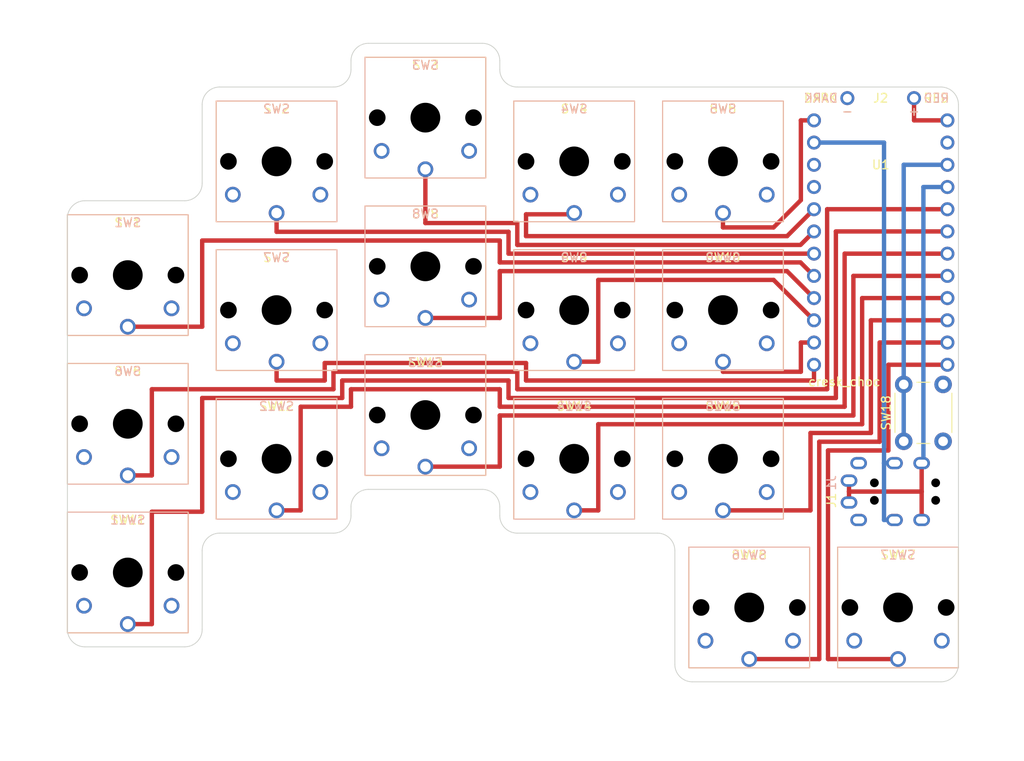
<source format=kicad_pcb>
(kicad_pcb (version 20211014) (generator pcbnew)
  (layers (0 "F.Cu" signal) (31 "B.Cu" signal) (34 "B.Paste" user) (35 "F.Paste" user) (36 "B.SilkS" user "B.Silkscreen") (37 "F.SilkS" user "F.Silkscreen") (38 "B.Mask" user) (39 "F.Mask" user) (44 "Edge.Cuts" user))
  (net 0 "")
  (net 1 "GND")
  (net 2 "sw2")
  (net 3 "sw3")
  (net 4 "sw4")
  (net 5 "sw5")
  (net 6 "sw1")
  (net 7 "sw8")
  (net 8 "sw9")
  (net 9 "sw6")
  (net 10 "sw7")
  (net 11 "sw10")
  (net 12 "sw11")
  (net 13 "sw12")
  (net 14 "sw13")
  (net 15 "sw14")
  (net 16 "sw15")
  (net 17 "sw16")
  (net 18 "sw17")
  (net 19 "reset")
  (net 20 "rx")
  (net 21 "VCC")
  (net 22 "bat")
  (footprint "cresk:Kailh_Choc_Reversible" (layer "F.Cu") (at 119 55)
    (fp_text reference "SW5" (at 0 -6 unlocked) (layer "F.SilkS"))
    (fp_text value "SW_Push")
    (fp_text user "${REFERENCE}" (at 0 -6 unlocked) (layer "B.SilkS") (effects (justify mirror)))
    (fp_rect (start -6.9 -6.9) (end 6.9 6.9) (layer "B.SilkS") (width 0.12) (fill none))
    (fp_rect (start -6.9 -6.9) (end 6.9 6.9) (layer "F.SilkS") (width 0.12) (fill none))
    (pad "" np_thru_hole circle (at 0 0) (size 3.4 3.4) (drill 3.4) (layers *.Mask))
    (pad "" np_thru_hole circle (at -5.5 0) (size 1.9 1.9) (drill 1.9) (layers *.Mask))
    (pad "" np_thru_hole circle (at 5.5 0) (size 1.9 1.9) (drill 1.9) (layers *.Mask))
    (pad "1" thru_hole circle (at 0 5.9) (size 1.8 1.8) (drill 1.2) (layers *.Cu *.Mask) (net 5 "sw5"))
    (pad "2" thru_hole circle (at 5 3.8) (size 1.8 1.8) (drill 1.2) (layers *.Cu *.Mask) (net 1 "GND"))
    (pad "2" thru_hole circle (at -5 3.8) (size 1.8 1.8) (drill 1.2) (layers *.Cu *.Mask) (net 1 "GND"))
  )
  (footprint "cresk:Kailh_Choc_Reversible" (layer "F.Cu") (at 119 89)
    (fp_text reference "SW15" (at 0 -6 unlocked) (layer "F.SilkS"))
    (fp_text value "SW_Push")
    (fp_text user "${REFERENCE}" (at 0 -6 unlocked) (layer "B.SilkS") (effects (justify mirror)))
    (fp_rect (start -6.9 -6.9) (end 6.9 6.9) (layer "B.SilkS") (width 0.12) (fill none))
    (fp_rect (start -6.9 -6.9) (end 6.9 6.9) (layer "F.SilkS") (width 0.12) (fill none))
    (pad "" np_thru_hole circle (at 5.5 0) (size 1.9 1.9) (drill 1.9) (layers *.Mask))
    (pad "" np_thru_hole circle (at 0 0) (size 3.4 3.4) (drill 3.4) (layers *.Mask))
    (pad "" np_thru_hole circle (at -5.5 0) (size 1.9 1.9) (drill 1.9) (layers *.Mask))
    (pad "1" thru_hole circle (at 0 5.9) (size 1.8 1.8) (drill 1.2) (layers *.Cu *.Mask) (net 16 "sw15"))
    (pad "2" thru_hole circle (at -5 3.8) (size 1.8 1.8) (drill 1.2) (layers *.Cu *.Mask) (net 1 "GND"))
    (pad "2" thru_hole circle (at 5 3.8) (size 1.8 1.8) (drill 1.2) (layers *.Cu *.Mask) (net 1 "GND"))
  )
  (footprint "cresk:Kailh_Choc_Reversible" (layer "F.Cu") (at 51 85)
    (fp_text reference "SW6" (at 0 -6 unlocked) (layer "F.SilkS"))
    (fp_text value "SW_Push")
    (fp_text user "${REFERENCE}" (at 0 -6 unlocked) (layer "B.SilkS") (effects (justify mirror)))
    (fp_rect (start -6.9 -6.9) (end 6.9 6.9) (layer "B.SilkS") (width 0.12) (fill none))
    (fp_rect (start -6.9 -6.9) (end 6.9 6.9) (layer "F.SilkS") (width 0.12) (fill none))
    (pad "" np_thru_hole circle (at 0 0) (size 3.4 3.4) (drill 3.4) (layers *.Mask))
    (pad "" np_thru_hole circle (at 5.5 0) (size 1.9 1.9) (drill 1.9) (layers *.Mask))
    (pad "" np_thru_hole circle (at -5.5 0) (size 1.9 1.9) (drill 1.9) (layers *.Mask))
    (pad "1" thru_hole circle (at 0 5.9) (size 1.8 1.8) (drill 1.2) (layers *.Cu *.Mask) (net 9 "sw6"))
    (pad "2" thru_hole circle (at -5 3.8) (size 1.8 1.8) (drill 1.2) (layers *.Cu *.Mask) (net 1 "GND"))
    (pad "2" thru_hole circle (at 5 3.8) (size 1.8 1.8) (drill 1.2) (layers *.Cu *.Mask) (net 1 "GND"))
  )
  (footprint "cresk:Kailh_Choc_Reversible" (layer "F.Cu") (at 102 89)
    (fp_text reference "SW14" (at 0 -6 unlocked) (layer "F.SilkS"))
    (fp_text value "SW_Push")
    (fp_text user "${REFERENCE}" (at 0 -6 unlocked) (layer "B.SilkS") (effects (justify mirror)))
    (fp_rect (start -6.9 -6.9) (end 6.9 6.9) (layer "B.SilkS") (width 0.12) (fill none))
    (fp_rect (start -6.9 -6.9) (end 6.9 6.9) (layer "F.SilkS") (width 0.12) (fill none))
    (pad "" np_thru_hole circle (at -5.5 0) (size 1.9 1.9) (drill 1.9) (layers *.Mask))
    (pad "" np_thru_hole circle (at 0 0) (size 3.4 3.4) (drill 3.4) (layers *.Mask))
    (pad "" np_thru_hole circle (at 5.5 0) (size 1.9 1.9) (drill 1.9) (layers *.Mask))
    (pad "1" thru_hole circle (at 0 5.9) (size 1.8 1.8) (drill 1.2) (layers *.Cu *.Mask) (net 15 "sw14"))
    (pad "2" thru_hole circle (at -5 3.8) (size 1.8 1.8) (drill 1.2) (layers *.Cu *.Mask) (net 1 "GND"))
    (pad "2" thru_hole circle (at 5 3.8) (size 1.8 1.8) (drill 1.2) (layers *.Cu *.Mask) (net 1 "GND"))
  )
  (footprint "cresk:Kailh_Choc_Reversible" (layer "F.Cu") (at 85 84)
    (fp_text reference "SW13" (at 0 -6 unlocked) (layer "F.SilkS"))
    (fp_text value "SW_Push")
    (fp_text user "${REFERENCE}" (at 0 -6 unlocked) (layer "B.SilkS") (effects (justify mirror)))
    (fp_rect (start -6.9 -6.9) (end 6.9 6.9) (layer "B.SilkS") (width 0.12) (fill none))
    (fp_rect (start -6.9 -6.9) (end 6.9 6.9) (layer "F.SilkS") (width 0.12) (fill none))
    (pad "" np_thru_hole circle (at 0 0) (size 3.4 3.4) (drill 3.4) (layers *.Mask))
    (pad "" np_thru_hole circle (at -5.5 0) (size 1.9 1.9) (drill 1.9) (layers *.Mask))
    (pad "" np_thru_hole circle (at 5.5 0) (size 1.9 1.9) (drill 1.9) (layers *.Mask))
    (pad "1" thru_hole circle (at 0 5.9) (size 1.8 1.8) (drill 1.2) (layers *.Cu *.Mask) (net 14 "sw13"))
    (pad "2" thru_hole circle (at -5 3.8) (size 1.8 1.8) (drill 1.2) (layers *.Cu *.Mask) (net 1 "GND"))
    (pad "2" thru_hole circle (at 5 3.8) (size 1.8 1.8) (drill 1.2) (layers *.Cu *.Mask) (net 1 "GND"))
  )
  (footprint "Button_Switch_THT:SW_PUSH_6mm" (layer "F.Cu") (at 139.65 87 90)
    (fp_text reference "SW18" (at 3.25 -2 90) (layer "F.SilkS"))
    (fp_text value "RESET")
    (fp_line (start 5.5 -1) (end 1 -1) (layer "F.SilkS") (width 0.12))
    (fp_line (start 6.75 3) (end 6.75 1.5) (layer "F.SilkS") (width 0.12))
    (fp_line (start 1 5.5) (end 5.5 5.5) (layer "F.SilkS") (width 0.12))
    (fp_line (start -0.25 1.5) (end -0.25 3) (layer "F.SilkS") (width 0.12))
    (pad "1" thru_hole circle (at 6.5 0 180) (size 2 2) (drill 1.1) (layers *.Cu *.Mask) (net 19 "reset"))
    (pad "1" thru_hole circle (at 0 0 180) (size 2 2) (drill 1.1) (layers *.Cu *.Mask) (net 19 "reset"))
    (pad "2" thru_hole circle (at 0 4.5 180) (size 2 2) (drill 1.1) (layers *.Cu *.Mask) (net 1 "GND"))
    (pad "2" thru_hole circle (at 6.5 4.5 180) (size 2 2) (drill 1.1) (layers *.Cu *.Mask) (net 1 "GND"))
  )
  (footprint "cresk:Kailh_Choc_Reversible" (layer "F.Cu") (at 102 72)
    (fp_text reference "SW9" (at 0 -6 unlocked) (layer "F.SilkS"))
    (fp_text value "SW_Push")
    (fp_text user "${REFERENCE}" (at 0 -6 unlocked) (layer "B.SilkS") (effects (justify mirror)))
    (fp_rect (start -6.9 -6.9) (end 6.9 6.9) (layer "B.SilkS") (width 0.12) (fill none))
    (fp_rect (start -6.9 -6.9) (end 6.9 6.9) (layer "F.SilkS") (width 0.12) (fill none))
    (pad "" np_thru_hole circle (at -5.5 0) (size 1.9 1.9) (drill 1.9) (layers *.Mask))
    (pad "" np_thru_hole circle (at 0 0) (size 3.4 3.4) (drill 3.4) (layers *.Mask))
    (pad "" np_thru_hole circle (at 5.5 0) (size 1.9 1.9) (drill 1.9) (layers *.Mask))
    (pad "1" thru_hole circle (at 0 5.9) (size 1.8 1.8) (drill 1.2) (layers *.Cu *.Mask) (net 8 "sw9"))
    (pad "2" thru_hole circle (at -5 3.8) (size 1.8 1.8) (drill 1.2) (layers *.Cu *.Mask) (net 1 "GND"))
    (pad "2" thru_hole circle (at 5 3.8) (size 1.8 1.8) (drill 1.2) (layers *.Cu *.Mask) (net 1 "GND"))
  )
  (footprint "cresk:PJ-320A_Reversible_Alt" (layer "F.Cu") (at 133.4 96 90)
    (fp_text reference "J1" (at 2.25 -2 90 unlocked) (layer "F.SilkS"))
    (fp_text value "TRRS")
    (fp_text user "${REFERENCE}" (at 4.25 -2 90 unlocked) (layer "B.SilkS") (effects (justify mirror)))
    (pad "" np_thru_hole circle (at 2.25 2.9 90) (size 1 1) (drill 1) (layers *.Mask))
    (pad "" np_thru_hole circle (at 4.25 2.9 90) (size 1 1) (drill 1) (layers *.Mask))
    (pad "" np_thru_hole circle (at 2.25 9.9 90) (size 1 1) (drill 1) (layers *.Mask))
    (pad "" np_thru_hole circle (at 4.25 9.9 90) (size 1 1) (drill 1) (layers *.Mask))
    (pad "R1" thru_hole oval (at 0 5.2 90) (size 1.4 1.9) (drill oval 0.8 1.3) (layers *.Cu *.Mask) (net 20 "rx"))
    (pad "R1" thru_hole oval (at 6.5 5.2 90) (size 1.4 1.9) (drill oval 0.8 1.3) (layers *.Cu *.Mask) (net 20 "rx"))
    (pad "R2" thru_hole oval (at 0 8.3 90) (size 1.4 1.9) (drill oval 0.8 1.3) (layers *.Cu *.Mask) (net 21 "VCC"))
    (pad "R2" thru_hole oval (at 6.5 8.3 90) (size 1.4 1.9) (drill oval 0.8 1.3) (layers *.Cu *.Mask) (net 21 "VCC"))
    (pad "S" thru_hole oval (at 4.5 0 90) (size 1.4 1.9) (drill oval 0.8 1.3) (layers *.Cu *.Mask) (net 21 "VCC"))
    (pad "S" thru_hole oval (at 2 0 90) (size 1.4 1.9) (drill oval 0.8 1.3) (layers *.Cu *.Mask) (net 21 "VCC"))
    (pad "T" thru_hole oval (at 0 1.1 90) (size 1.4 1.9) (drill oval 0.8 1.3) (layers *.Cu *.Mask) (net 1 "GND"))
    (pad "T" thru_hole oval (at 6.5 1.1 90) (size 1.4 1.9) (drill oval 0.8 1.3) (layers *.Cu *.Mask) (net 1 "GND"))
  )
  (footprint "cresk:ProMicro" (layer "F.Cu") (at 129.4 50.31)
    (fp_text reference "U1" (at 7.62 5.08 unlocked) (layer "F.SilkS"))
    (fp_text value "ProMicro")
    (pad "1" thru_hole circle (at 0 0) (size 1.6 1.6) (drill 1) (layers *.Cu *.Mask) (net 5 "sw5"))
    (pad "2" thru_hole circle (at 0 2.54) (size 1.6 1.6) (drill 1) (layers *.Cu *.Mask) (net 20 "rx"))
    (pad "3" thru_hole circle (at 0 5.08) (size 1.6 1.6) (drill 1) (layers *.Cu *.Mask) (net 1 "GND"))
    (pad "4" thru_hole circle (at 0 7.62) (size 1.6 1.6) (drill 1) (layers *.Cu *.Mask) (net 1 "GND"))
    (pad "5" thru_hole circle (at 0 10.16) (size 1.6 1.6) (drill 1) (layers *.Cu *.Mask) (net 4 "sw4"))
    (pad "6" thru_hole circle (at 0 12.7) (size 1.6 1.6) (drill 1) (layers *.Cu *.Mask) (net 3 "sw3"))
    (pad "7" thru_hole circle (at 0 15.24) (size 1.6 1.6) (drill 1) (layers *.Cu *.Mask) (net 2 "sw2"))
    (pad "8" thru_hole circle (at 0 17.78) (size 1.6 1.6) (drill 1) (layers *.Cu *.Mask) (net 6 "sw1"))
    (pad "9" thru_hole circle (at 0 20.32) (size 1.6 1.6) (drill 1) (layers *.Cu *.Mask) (net 7 "sw8"))
    (pad "10" thru_hole circle (at 0 22.86) (size 1.6 1.6) (drill 1) (layers *.Cu *.Mask) (net 8 "sw9"))
    (pad "11" thru_hole circle (at 0 25.4) (size 1.6 1.6) (drill 1) (layers *.Cu *.Mask) (net 11 "sw10"))
    (pad "12" thru_hole circle (at 0 27.94) (size 1.6 1.6) (drill 1) (layers *.Cu *.Mask) (net 10 "sw7"))
    (pad "13" thru_hole circle (at 15.24 27.94) (size 1.6 1.6) (drill 1) (layers *.Cu *.Mask) (net 18 "sw17"))
    (pad "14" thru_hole circle (at 15.24 25.4) (size 1.6 1.6) (drill 1) (layers *.Cu *.Mask) (net 17 "sw16"))
    (pad "15" thru_hole circle (at 15.24 22.86) (size 1.6 1.6) (drill 1) (layers *.Cu *.Mask) (net 16 "sw15"))
    (pad "16" thru_hole circle (at 15.24 20.32) (size 1.6 1.6) (drill 1) (layers *.Cu *.Mask) (net 15 "sw14"))
    (pad "17" thru_hole circle (at 15.24 17.78) (size 1.6 1.6) (drill 1) (layers *.Cu *.Mask) (net 14 "sw13"))
    (pad "18" thru_hole circle (at 15.24 15.24) (size 1.6 1.6) (drill 1) (layers *.Cu *.Mask) (net 13 "sw12"))
    (pad "19" thru_hole circle (at 15.24 12.7) (size 1.6 1.6) (drill 1) (layers *.Cu *.Mask) (net 12 "sw11"))
    (pad "20" thru_hole circle (at 15.24 10.16) (size 1.6 1.6) (drill 1) (layers *.Cu *.Mask) (net 9 "sw6"))
    (pad "21" thru_hole circle (at 15.24 7.62) (size 1.6 1.6) (drill 1) (layers *.Cu *.Mask) (net 21 "VCC"))
    (pad "22" thru_hole circle (at 15.24 5.08) (size 1.6 1.6) (drill 1) (layers *.Cu *.Mask) (net 19 "reset"))
    (pad "23" thru_hole circle (at 15.24 2.54) (size 1.6 1.6) (drill 1) (layers *.Cu *.Mask) (net 1 "GND"))
    (pad "24" thru_hole circle (at 15.24 0) (size 1.6 1.6) (drill 1) (layers *.Cu *.Mask) (net 22 "bat"))
  )
  (footprint "cresk:Kailh_Choc_Reversible" (layer "F.Cu") (at 68 72)
    (fp_text reference "SW7" (at 0 -6 unlocked) (layer "F.SilkS"))
    (fp_text value "SW_Push")
    (fp_text user "${REFERENCE}" (at 0 -6 unlocked) (layer "B.SilkS") (effects (justify mirror)))
    (fp_rect (start -6.9 -6.9) (end 6.9 6.9) (layer "B.SilkS") (width 0.12) (fill none))
    (fp_rect (start -6.9 -6.9) (end 6.9 6.9) (layer "F.SilkS") (width 0.12) (fill none))
    (pad "" np_thru_hole circle (at 5.5 0) (size 1.9 1.9) (drill 1.9) (layers *.Mask))
    (pad "" np_thru_hole circle (at -5.5 0) (size 1.9 1.9) (drill 1.9) (layers *.Mask))
    (pad "" np_thru_hole circle (at 0 0) (size 3.4 3.4) (drill 3.4) (layers *.Mask))
    (pad "1" thru_hole circle (at 0 5.9) (size 1.8 1.8) (drill 1.2) (layers *.Cu *.Mask) (net 10 "sw7"))
    (pad "2" thru_hole circle (at 5 3.8) (size 1.8 1.8) (drill 1.2) (layers *.Cu *.Mask) (net 1 "GND"))
    (pad "2" thru_hole circle (at -5 3.8) (size 1.8 1.8) (drill 1.2) (layers *.Cu *.Mask) (net 1 "GND"))
  )
  (footprint "cresk:Kailh_Choc_Reversible" (layer "F.Cu") (at 102 55)
    (fp_text reference "SW4" (at 0 -6 unlocked) (layer "F.SilkS"))
    (fp_text value "SW_Push")
    (fp_text user "${REFERENCE}" (at 0 -6 unlocked) (layer "B.SilkS") (effects (justify mirror)))
    (fp_rect (start -6.9 -6.9) (end 6.9 6.9) (layer "B.SilkS") (width 0.12) (fill none))
    (fp_rect (start -6.9 -6.9) (end 6.9 6.9) (layer "F.SilkS") (width 0.12) (fill none))
    (pad "" np_thru_hole circle (at 5.5 0) (size 1.9 1.9) (drill 1.9) (layers *.Mask))
    (pad "" np_thru_hole circle (at -5.5 0) (size 1.9 1.9) (drill 1.9) (layers *.Mask))
    (pad "" np_thru_hole circle (at 0 0) (size 3.4 3.4) (drill 3.4) (layers *.Mask))
    (pad "1" thru_hole circle (at 0 5.9) (size 1.8 1.8) (drill 1.2) (layers *.Cu *.Mask) (net 4 "sw4"))
    (pad "2" thru_hole circle (at -5 3.8) (size 1.8 1.8) (drill 1.2) (layers *.Cu *.Mask) (net 1 "GND"))
    (pad "2" thru_hole circle (at 5 3.8) (size 1.8 1.8) (drill 1.2) (layers *.Cu *.Mask) (net 1 "GND"))
  )
  (footprint "cresk:Kailh_Choc_Reversible" (layer "F.Cu") (at 139 106)
    (fp_text reference "SW17" (at 0 -6 unlocked) (layer "F.SilkS"))
    (fp_text value "SW_Push")
    (fp_text user "${REFERENCE}" (at 0 -6 unlocked) (layer "B.SilkS") (effects (justify mirror)))
    (fp_rect (start -6.9 -6.9) (end 6.9 6.9) (layer "B.SilkS") (width 0.12) (fill none))
    (fp_rect (start -6.9 -6.9) (end 6.9 6.9) (layer "F.SilkS") (width 0.12) (fill none))
    (pad "" np_thru_hole circle (at -5.5 0) (size 1.9 1.9) (drill 1.9) (layers *.Mask))
    (pad "" np_thru_hole circle (at 5.5 0) (size 1.9 1.9) (drill 1.9) (layers *.Mask))
    (pad "" np_thru_hole circle (at 0 0) (size 3.4 3.4) (drill 3.4) (layers *.Mask))
    (pad "1" thru_hole circle (at 0 5.9) (size 1.8 1.8) (drill 1.2) (layers *.Cu *.Mask) (net 18 "sw17"))
    (pad "2" thru_hole circle (at 5 3.8) (size 1.8 1.8) (drill 1.2) (layers *.Cu *.Mask) (net 1 "GND"))
    (pad "2" thru_hole circle (at -5 3.8) (size 1.8 1.8) (drill 1.2) (layers *.Cu *.Mask) (net 1 "GND"))
  )
  (footprint "cresk:J_BATTERY" (layer "F.Cu") (at 133.21 47.77)
    (fp_text reference "J2" (at 3.81 0 unlocked) (layer "F.SilkS"))
    (fp_text value "BATTERY")
    (fp_text user "RED" (at 8.62 0 unlocked) (layer "B.SilkS") (effects (justify right mirror)))
    (fp_text user "-" (at 0 1.5 unlocked) (layer "B.SilkS") (effects (justify mirror)))
    (fp_text user "DARK" (at -1 0 unlocked) (layer "B.SilkS") (effects (justify left mirror)))
    (fp_text user "+" (at 7.62 1.5 unlocked) (layer "B.SilkS") (effects (justify mirror)))
    (fp_text user "RED" (at 8.62 0 unlocked) (layer "F.SilkS") (effects (justify left)))
    (fp_text user "+" (at 7.62 1.5 unlocked) (layer "F.SilkS"))
    (fp_text user "-" (at 0 1.5 unlocked) (layer "F.SilkS"))
    (fp_text user "DARK" (at -1 0 unlocked) (layer "F.SilkS") (effects (justify right)))
    (pad "1" thru_hole circle (at 0 0) (size 1.6 1.6) (drill 1) (layers *.Cu *.Mask) (net 1 "GND"))
    (pad "2" thru_hole circle (at 7.62 0) (size 1.6 1.6) (drill 1) (layers *.Cu *.Mask) (net 22 "bat"))
  )
  (footprint "cresk:Kailh_Choc_Reversible" (layer "F.Cu") (at 85 67)
    (fp_text reference "SW8" (at 0 -6 unlocked) (layer "F.SilkS"))
    (fp_text value "SW_Push")
    (fp_text user "${REFERENCE}" (at 0 -6 unlocked) (layer "B.SilkS") (effects (justify mirror)))
    (fp_rect (start -6.9 -6.9) (end 6.9 6.9) (layer "B.SilkS") (width 0.12) (fill none))
    (fp_rect (start -6.9 -6.9) (end 6.9 6.9) (layer "F.SilkS") (width 0.12) (fill none))
    (pad "" np_thru_hole circle (at 0 0) (size 3.4 3.4) (drill 3.4) (layers *.Mask))
    (pad "" np_thru_hole circle (at -5.5 0) (size 1.9 1.9) (drill 1.9) (layers *.Mask))
    (pad "" np_thru_hole circle (at 5.5 0) (size 1.9 1.9) (drill 1.9) (layers *.Mask))
    (pad "1" thru_hole circle (at 0 5.9) (size 1.8 1.8) (drill 1.2) (layers *.Cu *.Mask) (net 7 "sw8"))
    (pad "2" thru_hole circle (at 5 3.8) (size 1.8 1.8) (drill 1.2) (layers *.Cu *.Mask) (net 1 "GND"))
    (pad "2" thru_hole circle (at -5 3.8) (size 1.8 1.8) (drill 1.2) (layers *.Cu *.Mask) (net 1 "GND"))
  )
  (footprint "cresk:Kailh_Choc_Reversible" (layer "F.Cu") (at 122 106)
    (fp_text reference "SW16" (at 0 -6 unlocked) (layer "F.SilkS"))
    (fp_text value "SW_Push")
    (fp_text user "${REFERENCE}" (at 0 -6 unlocked) (layer "B.SilkS") (effects (justify mirror)))
    (fp_rect (start -6.9 -6.9) (end 6.9 6.9) (layer "B.SilkS") (width 0.12) (fill none))
    (fp_rect (start -6.9 -6.9) (end 6.9 6.9) (layer "F.SilkS") (width 0.12) (fill none))
    (pad "" np_thru_hole circle (at 0 0) (size 3.4 3.4) (drill 3.4) (layers *.Mask))
    (pad "" np_thru_hole circle (at -5.5 0) (size 1.9 1.9) (drill 1.9) (layers *.Mask))
    (pad "" np_thru_hole circle (at 5.5 0) (size 1.9 1.9) (drill 1.9) (layers *.Mask))
    (pad "1" thru_hole circle (at 0 5.9) (size 1.8 1.8) (drill 1.2) (layers *.Cu *.Mask) (net 17 "sw16"))
    (pad "2" thru_hole circle (at 5 3.8) (size 1.8 1.8) (drill 1.2) (layers *.Cu *.Mask) (net 1 "GND"))
    (pad "2" thru_hole circle (at -5 3.8) (size 1.8 1.8) (drill 1.2) (layers *.Cu *.Mask) (net 1 "GND"))
  )
  (footprint "cresk:Kailh_Choc_Reversible" (layer "F.Cu") (at 119 72)
    (fp_text reference "SW10" (at 0 -6 unlocked) (layer "F.SilkS"))
    (fp_text value "SW_Push")
    (fp_text user "${REFERENCE}" (at 0 -6 unlocked) (layer "B.SilkS") (effects (justify mirror)))
    (fp_rect (start -6.9 -6.9) (end 6.9 6.9) (layer "B.SilkS") (width 0.12) (fill none))
    (fp_rect (start -6.9 -6.9) (end 6.9 6.9) (layer "F.SilkS") (width 0.12) (fill none))
    (pad "" np_thru_hole circle (at 0 0) (size 3.4 3.4) (drill 3.4) (layers *.Mask))
    (pad "" np_thru_hole circle (at -5.5 0) (size 1.9 1.9) (drill 1.9) (layers *.Mask))
    (pad "" np_thru_hole circle (at 5.5 0) (size 1.9 1.9) (drill 1.9) (layers *.Mask))
    (pad "1" thru_hole circle (at 0 5.9) (size 1.8 1.8) (drill 1.2) (layers *.Cu *.Mask) (net 11 "sw10"))
    (pad "2" thru_hole circle (at 5 3.8) (size 1.8 1.8) (drill 1.2) (layers *.Cu *.Mask) (net 1 "GND"))
    (pad "2" thru_hole circle (at -5 3.8) (size 1.8 1.8) (drill 1.2) (layers *.Cu *.Mask) (net 1 "GND"))
  )
  (footprint "cresk:Kailh_Choc_Reversible" (layer "F.Cu") (at 51 68)
    (fp_text reference "SW1" (at 0 -6 unlocked) (layer "F.SilkS"))
    (fp_text value "SW_Push")
    (fp_text user "${REFERENCE}" (at 0 -6 unlocked) (layer "B.SilkS") (effects (justify mirror)))
    (fp_rect (start -6.9 -6.9) (end 6.9 6.9) (layer "B.SilkS") (width 0.12) (fill none))
    (fp_rect (start -6.9 -6.9) (end 6.9 6.9) (layer "F.SilkS") (width 0.12) (fill none))
    (pad "" np_thru_hole circle (at -5.5 0) (size 1.9 1.9) (drill 1.9) (layers *.Mask))
    (pad "" np_thru_hole circle (at 5.5 0) (size 1.9 1.9) (drill 1.9) (layers *.Mask))
    (pad "" np_thru_hole circle (at 0 0) (size 3.4 3.4) (drill 3.4) (layers *.Mask))
    (pad "1" thru_hole circle (at 0 5.9) (size 1.8 1.8) (drill 1.2) (layers *.Cu *.Mask) (net 6 "sw1"))
    (pad "2" thru_hole circle (at 5 3.8) (size 1.8 1.8) (drill 1.2) (layers *.Cu *.Mask) (net 1 "GND"))
    (pad "2" thru_hole circle (at -5 3.8) (size 1.8 1.8) (drill 1.2) (layers *.Cu *.Mask) (net 1 "GND"))
  )
  (footprint "cresk:Kailh_Choc_Reversible" (layer "F.Cu") (at 68 55)
    (fp_text reference "SW2" (at 0 -6 unlocked) (layer "F.SilkS"))
    (fp_text value "SW_Push")
    (fp_text user "${REFERENCE}" (at 0 -6 unlocked) (layer "B.SilkS") (effects (justify mirror)))
    (fp_rect (start -6.9 -6.9) (end 6.9 6.9) (layer "B.SilkS") (width 0.12) (fill none))
    (fp_rect (start -6.9 -6.9) (end 6.9 6.9) (layer "F.SilkS") (width 0.12) (fill none))
    (pad "" np_thru_hole circle (at 0 0) (size 3.4 3.4) (drill 3.4) (layers *.Mask))
    (pad "" np_thru_hole circle (at -5.5 0) (size 1.9 1.9) (drill 1.9) (layers *.Mask))
    (pad "" np_thru_hole circle (at 5.5 0) (size 1.9 1.9) (drill 1.9) (layers *.Mask))
    (pad "1" thru_hole circle (at 0 5.9) (size 1.8 1.8) (drill 1.2) (layers *.Cu *.Mask) (net 2 "sw2"))
    (pad "2" thru_hole circle (at -5 3.8) (size 1.8 1.8) (drill 1.2) (layers *.Cu *.Mask) (net 1 "GND"))
    (pad "2" thru_hole circle (at 5 3.8) (size 1.8 1.8) (drill 1.2) (layers *.Cu *.Mask) (net 1 "GND"))
  )
  (footprint "cresk:Kailh_Choc_Reversible" (layer "F.Cu") (at 85 50)
    (fp_text reference "SW3" (at 0 -6 unlocked) (layer "F.SilkS"))
    (fp_text value "SW_Push")
    (fp_text user "${REFERENCE}" (at 0 -6 unlocked) (layer "B.SilkS") (effects (justify mirror)))
    (fp_rect (start -6.9 -6.9) (end 6.9 6.9) (layer "B.SilkS") (width 0.12) (fill none))
    (fp_rect (start -6.9 -6.9) (end 6.9 6.9) (layer "F.SilkS") (width 0.12) (fill none))
    (pad "" np_thru_hole circle (at 0 0) (size 3.4 3.4) (drill 3.4) (layers *.Mask))
    (pad "" np_thru_hole circle (at -5.5 0) (size 1.9 1.9) (drill 1.9) (layers *.Mask))
    (pad "" np_thru_hole circle (at 5.5 0) (size 1.9 1.9) (drill 1.9) (layers *.Mask))
    (pad "1" thru_hole circle (at 0 5.9) (size 1.8 1.8) (drill 1.2) (layers *.Cu *.Mask) (net 3 "sw3"))
    (pad "2" thru_hole circle (at -5 3.8) (size 1.8 1.8) (drill 1.2) (layers *.Cu *.Mask) (net 1 "GND"))
    (pad "2" thru_hole circle (at 5 3.8) (size 1.8 1.8) (drill 1.2) (layers *.Cu *.Mask) (net 1 "GND"))
  )
  (footprint "cresk:Kailh_Choc_Reversible" (layer "F.Cu") (at 68 89)
    (fp_text reference "SW12" (at 0 -6 unlocked) (layer "F.SilkS"))
    (fp_text value "SW_Push")
    (fp_text user "${REFERENCE}" (at 0 -6 unlocked) (layer "B.SilkS") (effects (justify mirror)))
    (fp_rect (start -6.9 -6.9) (end 6.9 6.9) (layer "B.SilkS") (width 0.12) (fill none))
    (fp_rect (start -6.9 -6.9) (end 6.9 6.9) (layer "F.SilkS") (width 0.12) (fill none))
    (pad "" np_thru_hole circle (at 0 0) (size 3.4 3.4) (drill 3.4) (layers *.Mask))
    (pad "" np_thru_hole circle (at -5.5 0) (size 1.9 1.9) (drill 1.9) (layers *.Mask))
    (pad "" np_thru_hole circle (at 5.5 0) (size 1.9 1.9) (drill 1.9) (layers *.Mask))
    (pad "1" thru_hole circle (at 0 5.9) (size 1.8 1.8) (drill 1.2) (layers *.Cu *.Mask) (net 13 "sw12"))
    (pad "2" thru_hole circle (at -5 3.8) (size 1.8 1.8) (drill 1.2) (layers *.Cu *.Mask) (net 1 "GND"))
    (pad "2" thru_hole circle (at 5 3.8) (size 1.8 1.8) (drill 1.2) (layers *.Cu *.Mask) (net 1 "GND"))
  )
  (footprint "cresk:Kailh_Choc_Reversible" (layer "F.Cu") (at 51 102)
    (fp_text reference "SW11" (at 0 -6 unlocked) (layer "F.SilkS"))
    (fp_text value "SW_Push")
    (fp_text user "${REFERENCE}" (at 0 -6 unlocked) (layer "B.SilkS") (effects (justify mirror)))
    (fp_rect (start -6.9 -6.9) (end 6.9 6.9) (layer "B.SilkS") (width 0.12) (fill none))
    (fp_rect (start -6.9 -6.9) (end 6.9 6.9) (layer "F.SilkS") (width 0.12) (fill none))
    (pad "" np_thru_hole circle (at -5.5 0) (size 1.9 1.9) (drill 1.9) (layers *.Mask))
    (pad "" np_thru_hole circle (at 0 0) (size 3.4 3.4) (drill 3.4) (layers *.Mask))
    (pad "" np_thru_hole circle (at 5.5 0) (size 1.9 1.9) (drill 1.9) (layers *.Mask))
    (pad "1" thru_hole circle (at 0 5.9) (size 1.8 1.8) (drill 1.2) (layers *.Cu *.Mask) (net 12 "sw11"))
    (pad "2" thru_hole circle (at -5 3.8) (size 1.8 1.8) (drill 1.2) (layers *.Cu *.Mask) (net 1 "GND"))
    (pad "2" thru_hole circle (at 5 3.8) (size 1.8 1.8) (drill 1.2) (layers *.Cu *.Mask) (net 1 "GND"))
  )
  (gr_line (start 57.5 59.5) (end 46.1 59.5) (layer "Edge.Cuts") (width 0.1))
  (gr_arc (start 59.5 57.5) (mid 58.914214 58.914214) (end 57.5 59.5) (layer "Edge.Cuts") (width 0.1))
  (gr_line (start 59.5 99.5) (end 59.5 108.5) (layer "Edge.Cuts") (width 0.1))
  (gr_line (start 59.5 48.5) (end 59.5 57.5) (layer "Edge.Cuts") (width 0.1))
  (gr_line (start 91.5 41.5) (end 78.5 41.5) (layer "Edge.Cuts") (width 0.1))
  (gr_line (start 76.5 94.5) (end 76.5 95.5) (layer "Edge.Cuts") (width 0.1))
  (gr_arc (start 59.5 48.5) (mid 60.085786 47.085786) (end 61.5 46.5) (layer "Edge.Cuts") (width 0.1))
  (gr_arc (start 115.5 114.5) (mid 114.085786 113.914214) (end 113.5 112.5) (layer "Edge.Cuts") (width 0.1))
  (gr_line (start 113.5 112.5) (end 113.5 99.5) (layer "Edge.Cuts") (width 0.1))
  (gr_arc (start 91.5 41.5) (mid 92.914214 42.085786) (end 93.5 43.5) (layer "Edge.Cuts") (width 0.1))
  (gr_arc (start 76.5 94.5) (mid 77.085786 93.085786) (end 78.5 92.5) (layer "Edge.Cuts") (width 0.1))
  (gr_line (start 93.5 95.5) (end 93.5 94.5) (layer "Edge.Cuts") (width 0.1))
  (gr_arc (start 95.5 97.5) (mid 94.085786 96.914214) (end 93.5 95.5) (layer "Edge.Cuts") (width 0.1))
  (gr_line (start 91.5 92.5) (end 78.5 92.5) (layer "Edge.Cuts") (width 0.1))
  (gr_arc (start 143.9 46.5) (mid 145.314214 47.085786) (end 145.9 48.5) (layer "Edge.Cuts") (width 0.1))
  (gr_arc (start 95.5 46.5) (mid 94.085786 45.914214) (end 93.5 44.5) (layer "Edge.Cuts") (width 0.1))
  (gr_arc (start 91.5 92.5) (mid 92.914214 93.085786) (end 93.5 94.5) (layer "Edge.Cuts") (width 0.1))
  (gr_line (start 74.5 46.5) (end 61.5 46.5) (layer "Edge.Cuts") (width 0.1))
  (gr_arc (start 145.9 112.5) (mid 145.314214 113.914214) (end 143.9 114.5) (layer "Edge.Cuts") (width 0.1))
  (gr_arc (start 59.5 99.5) (mid 60.085786 98.085786) (end 61.5 97.5) (layer "Edge.Cuts") (width 0.1))
  (gr_arc (start 46.1 110.5) (mid 44.685786 109.914214) (end 44.1 108.5) (layer "Edge.Cuts") (width 0.1))
  (gr_line (start 57.5 110.5) (end 46.1 110.5) (layer "Edge.Cuts") (width 0.1))
  (gr_line (start 44.1 61.5) (end 44.1 108.5) (layer "Edge.Cuts") (width 0.1))
  (gr_arc (start 76.5 44.5) (mid 75.914214 45.914214) (end 74.5 46.5) (layer "Edge.Cuts") (width 0.1))
  (gr_line (start 76.5 43.5) (end 76.5 44.5) (layer "Edge.Cuts") (width 0.1))
  (gr_arc (start 76.5 43.5) (mid 77.085786 42.085786) (end 78.5 41.5) (layer "Edge.Cuts") (width 0.1))
  (gr_arc (start 59.5 108.5) (mid 58.914214 109.914214) (end 57.5 110.5) (layer "Edge.Cuts") (width 0.1))
  (gr_line (start 111.5 97.5) (end 95.5 97.5) (layer "Edge.Cuts") (width 0.1))
  (gr_line (start 95.5 46.5) (end 143.9 46.5) (layer "Edge.Cuts") (width 0.1))
  (gr_line (start 93.5 44.5) (end 93.5 43.5) (layer "Edge.Cuts") (width 0.1))
  (gr_line (start 145.9 112.5) (end 145.9 48.5) (layer "Edge.Cuts") (width 0.1))
  (gr_line (start 143.9 114.5) (end 115.5 114.5) (layer "Edge.Cuts") (width 0.1))
  (gr_arc (start 111.5 97.5) (mid 112.914214 98.085786) (end 113.5 99.5) (layer "Edge.Cuts") (width 0.1))
  (gr_line (start 74.5 97.5) (end 61.5 97.5) (layer "Edge.Cuts") (width 0.1))
  (gr_arc (start 76.5 95.5) (mid 75.914214 96.914214) (end 74.5 97.5) (layer "Edge.Cuts") (width 0.1))
  (gr_arc (start 44.1 61.5) (mid 44.685786 60.085786) (end 46.1 59.5) (layer "Edge.Cuts") (width 0.1))
  (gr_text "cresk_choc\n " (at 128.65 81) (layer "F.SilkS") (effects (font (size 1 1)) (justify left)))
  (segment (start 68 60.9) (end 68 63.05) (width 0.5) (layer "F.Cu") (net 2))
  (segment (start 94.5 63.05) (end 94.5 65.55) (width 0.5) (layer "F.Cu") (net 2))
  (segment (start 94.5 65.55) (end 129.4 65.55) (width 0.5) (layer "F.Cu") (net 2))
  (segment (start 68 63.05) (end 94.5 63.05) (width 0.5) (layer "F.Cu") (net 2))
  (segment (start 85 62.05) (end 85 55.9) (width 0.5) (layer "F.Cu") (net 3))
  (segment (start 95.5 62.05) (end 85 62.05) (width 0.5) (layer "F.Cu") (net 3))
  (segment (start 95.5 64.55) (end 127.71 64.55) (width 0.5) (layer "F.Cu") (net 3))
  (segment (start 95.5 62.05) (end 95.5 64.55) (width 0.5) (layer "F.Cu") (net 3))
  (segment (start 127.86 64.55) (end 129.4 63.01) (width 0.5) (layer "F.Cu") (net 3))
  (segment (start 96.5 61.05) (end 96.5 63.55) (width 0.5) (layer "F.Cu") (net 4))
  (segment (start 126.32 63.55) (end 129.4 60.47) (width 0.5) (layer "F.Cu") (net 4))
  (segment (start 102 61.05) (end 96.5 61.05) (width 0.5) (layer "F.Cu") (net 4))
  (segment (start 96.5 63.55) (end 126.32 63.55) (width 0.5) (layer "F.Cu") (net 4))
  (segment (start 127.9 59.43) (end 127.9 50.31) (width 0.5) (layer "F.Cu") (net 5))
  (segment (start 124.78 62.55) (end 127.9 59.43) (width 0.5) (layer "F.Cu") (net 5))
  (segment (start 119 60.9) (end 119 62.55) (width 0.5) (layer "F.Cu") (net 5))
  (segment (start 127.9 50.31) (end 129.4 50.31) (width 0.5) (layer "F.Cu") (net 5))
  (segment (start 119 62.55) (end 124.78 62.55) (width 0.5) (layer "F.Cu") (net 5))
  (segment (start 93.5 66.55) (end 127.86 66.55) (width 0.5) (layer "F.Cu") (net 6))
  (segment (start 127.86 66.55) (end 129.4 68.09) (width 0.5) (layer "F.Cu") (net 6))
  (segment (start 51 73.9) (end 59.5 73.9) (width 0.5) (layer "F.Cu") (net 6))
  (segment (start 59.5 64.05) (end 93.5 64.05) (width 0.5) (layer "F.Cu") (net 6))
  (segment (start 93.5 64.05) (end 93.5 66.55) (width 0.5) (layer "F.Cu") (net 6))
  (segment (start 59.5 73.9) (end 59.5 64.05) (width 0.5) (layer "F.Cu") (net 6))
  (segment (start 126.32 67.55) (end 93.5 67.55) (width 0.5) (layer "F.Cu") (net 7))
  (segment (start 129.4 70.63) (end 126.32 67.55) (width 0.5) (layer "F.Cu") (net 7))
  (segment (start 93.5 72.9) (end 85 72.9) (width 0.5) (layer "F.Cu") (net 7))
  (segment (start 93.5 67.55) (end 93.5 72.9) (width 0.5) (layer "F.Cu") (net 7))
  (segment (start 104.75 68.55) (end 104.75 77.9) (width 0.5) (layer "F.Cu") (net 8))
  (segment (start 124.78 68.55) (end 104.75 68.55) (width 0.5) (layer "F.Cu") (net 8))
  (segment (start 104.75 77.9) (end 102 77.9) (width 0.5) (layer "F.Cu") (net 8))
  (segment (start 129.4 73.17) (end 124.78 68.55) (width 0.5) (layer "F.Cu") (net 8))
  (segment (start 53.75 90.9) (end 53.75 81.05) (width 0.5) (layer "F.Cu") (net 9))
  (segment (start 51 90.9) (end 53.75 90.9) (width 0.5) (layer "F.Cu") (net 9))
  (segment (start 130.9 81.05) (end 130.9 60.47) (width 0.5) (layer "F.Cu") (net 9))
  (segment (start 53.75 81.05) (end 74.5 81.05) (width 0.5) (layer "F.Cu") (net 9))
  (segment (start 95.5 81.05) (end 130.9 81.05) (width 0.5) (layer "F.Cu") (net 9))
  (segment (start 74.5 81.05) (end 74.5 79.05) (width 0.5) (layer "F.Cu") (net 9))
  (segment (start 95.5 79.05) (end 95.5 81.05) (width 0.5) (layer "F.Cu") (net 9))
  (segment (start 74.5 79.05) (end 95.5 79.05) (width 0.5) (layer "F.Cu") (net 9))
  (segment (start 130.9 60.47) (end 144.64 60.47) (width 0.5) (layer "F.Cu") (net 9))
  (segment (start 68 77.9) (end 68 80.05) (width 0.5) (layer "F.Cu") (net 10))
  (segment (start 96.5 80.05) (end 129.4 80.05) (width 0.5) (layer "F.Cu") (net 10))
  (segment (start 68 80.05) (end 73.5 80.05) (width 0.5) (layer "F.Cu") (net 10))
  (segment (start 129.4 80.05) (end 129.4 78.25) (width 0.5) (layer "F.Cu") (net 10))
  (segment (start 96.5 78.05) (end 96.5 80.05) (width 0.5) (layer "F.Cu") (net 10))
  (segment (start 73.5 80.05) (end 73.5 78.05) (width 0.5) (layer "F.Cu") (net 10))
  (segment (start 73.5 78.05) (end 96.5 78.05) (width 0.5) (layer "F.Cu") (net 10))
  (segment (start 119 77.9) (end 119 79.05) (width 0.5) (layer "F.Cu") (net 11))
  (segment (start 127.9 75.71) (end 129.4 75.71) (width 0.5) (layer "F.Cu") (net 11))
  (segment (start 119 79.05) (end 127.9 79.05) (width 0.5) (layer "F.Cu") (net 11))
  (segment (start 127.9 79.05) (end 127.9 75.71) (width 0.5) (layer "F.Cu") (net 11))
  (segment (start 53.75 95.05) (end 59.5 95.05) (width 0.5) (layer "F.Cu") (net 12))
  (segment (start 131.9 63.01) (end 144.64 63.01) (width 0.5) (layer "F.Cu") (net 12))
  (segment (start 59.5 95.05) (end 59.5 82.05) (width 0.5) (layer "F.Cu") (net 12))
  (segment (start 53.75 107.9) (end 53.75 95.05) (width 0.5) (layer "F.Cu") (net 12))
  (segment (start 75.5 82.05) (end 75.5 80.05) (width 0.5) (layer "F.Cu") (net 12))
  (segment (start 131.9 82.05) (end 131.9 63.01) (width 0.5) (layer "F.Cu") (net 12))
  (segment (start 94.5 82.05) (end 131.9 82.05) (width 0.5) (layer "F.Cu") (net 12))
  (segment (start 94.5 80.05) (end 94.5 82.05) (width 0.5) (layer "F.Cu") (net 12))
  (segment (start 75.5 80.05) (end 94.5 80.05) (width 0.5) (layer "F.Cu") (net 12))
  (segment (start 51 107.9) (end 53.75 107.9) (width 0.5) (layer "F.Cu") (net 12))
  (segment (start 59.5 82.05) (end 75.5 82.05) (width 0.5) (layer "F.Cu") (net 12))
  (segment (start 93.5 81.05) (end 93.5 83.05) (width 0.5) (layer "F.Cu") (net 13))
  (segment (start 68 94.9) (end 70.75 94.9) (width 0.5) (layer "F.Cu") (net 13))
  (segment (start 70.75 83.05) (end 76.5 83.05) (width 0.5) (layer "F.Cu") (net 13))
  (segment (start 76.5 83.05) (end 76.5 81.05) (width 0.5) (layer "F.Cu") (net 13))
  (segment (start 93.5 83.05) (end 132.9 83.05) (width 0.5) (layer "F.Cu") (net 13))
  (segment (start 132.9 83.05) (end 132.9 65.55) (width 0.5) (layer "F.Cu") (net 13))
  (segment (start 70.75 94.9) (end 70.75 83.05) (width 0.5) (layer "F.Cu") (net 13))
  (segment (start 132.9 65.55) (end 144.64 65.55) (width 0.5) (layer "F.Cu") (net 13))
  (segment (start 76.5 81.05) (end 93.5 81.05) (width 0.5) (layer "F.Cu") (net 13))
  (segment (start 85 89.9) (end 93.5 89.9) (width 0.5) (layer "F.Cu") (net 14))
  (segment (start 133.9 68.09) (end 144.64 68.09) (width 0.5) (layer "F.Cu") (net 14))
  (segment (start 93.5 84.05) (end 133.9 84.05) (width 0.5) (layer "F.Cu") (net 14))
  (segment (start 133.9 84.05) (end 133.9 68.09) (width 0.5) (layer "F.Cu") (net 14))
  (segment (start 93.5 89.9) (end 93.5 84.05) (width 0.5) (layer "F.Cu") (net 14))
  (segment (start 134.9 85.05) (end 134.9 70.63) (width 0.5) (layer "F.Cu") (net 15))
  (segment (start 104.75 85.05) (end 134.9 85.05) (width 0.5) (layer "F.Cu") (net 15))
  (segment (start 102 94.9) (end 104.75 94.9) (width 0.5) (layer "F.Cu") (net 15))
  (segment (start 134.9 70.63) (end 144.64 70.63) (width 0.5) (layer "F.Cu") (net 15))
  (segment (start 104.75 94.9) (end 104.75 85.05) (width 0.5) (layer "F.Cu") (net 15))
  (segment (start 135.9 86.05) (end 135.9 73.17) (width 0.5) (layer "F.Cu") (net 16))
  (segment (start 129 94.9) (end 129 86.05) (width 0.5) (layer "F.Cu") (net 16))
  (segment (start 119 94.9) (end 129 94.9) (width 0.5) (layer "F.Cu") (net 16))
  (segment (start 135.9 73.17) (end 144.64 73.17) (width 0.5) (layer "F.Cu") (net 16))
  (segment (start 129 86.05) (end 135.9 86.05) (width 0.5) (layer "F.Cu") (net 16))
  (segment (start 130 87.05) (end 130 111.9) (width 0.5) (layer "F.Cu") (net 17))
  (segment (start 136.9 87.05) (end 130 87.05) (width 0.5) (layer "F.Cu") (net 17))
  (segment (start 144.64 75.71) (end 136.9 75.71) (width 0.5) (layer "F.Cu") (net 17))
  (segment (start 136.9 75.71) (end 136.9 87.05) (width 0.5) (layer "F.Cu") (net 17))
  (segment (start 122 111.9) (end 130 111.9) (width 0.5) (layer "F.Cu") (net 17))
  (segment (start 131 111.9) (end 139 111.9) (width 0.5) (layer "F.Cu") (net 18))
  (segment (start 131 88.05) (end 137.9 88.05) (width 0.5) (layer "F.Cu") (net 18))
  (segment (start 144.64 78.25) (end 137.9 78.25) (width 0.5) (layer "F.Cu") (net 18))
  (segment (start 137.9 78.25) (end 137.9 88.05) (width 0.5) (layer "F.Cu") (net 18))
  (segment (start 131 88.05) (end 131 111.9) (width 0.5) (layer "F.Cu") (net 18))
  (segment (start 139.65 55.39) (end 144.64 55.39) (width 0.5) (layer "B.Cu") (net 19))
  (segment (start 139.65 80.5) (end 139.65 87) (width 0.5) (layer "B.Cu") (net 19))
  (segment (start 139.65 80.5) (end 139.65 55.39) (width 0.5) (layer "B.Cu") (net 19))
  (segment (start 137.4 52.85) (end 137.4 89.5) (width 0.5) (layer "B.Cu") (net 20))
  (segment (start 137.4 89.5) (end 137.4 96) (width 0.5) (layer "B.Cu") (net 20))
  (segment (start 137.4 89.5) (end 138.6 89.5) (width 0.5) (layer "B.Cu") (net 20))
  (segment (start 129.4 52.85) (end 137.4 52.85) (width 0.5) (layer "B.Cu") (net 20))
  (segment (start 137.4 96) (end 138.6 96) (width 0.5) (layer "B.Cu") (net 20))
  (segment (start 141.7 92.75) (end 141.7 96) (width 0.5) (layer "F.Cu") (net 21))
  (segment (start 133.4 92.75) (end 141.7 92.75) (width 0.5) (layer "F.Cu") (net 21))
  (segment (start 133.4 91.5) (end 133.4 92.75) (width 0.5) (layer "F.Cu") (net 21))
  (segment (start 141.7 92.75) (end 141.7 89.5) (width 0.5) (layer "F.Cu") (net 21))
  (segment (start 133.4 92.75) (end 133.4 94) (width 0.5) (layer "F.Cu") (net 21))
  (segment (start 141.9 57.93) (end 141.9 89.5) (width 0.5) (layer "B.Cu") (net 21))
  (segment (start 144.64 57.93) (end 141.9 57.93) (width 0.5) (layer "B.Cu") (net 21))
  (segment (start 140.83 47.77) (end 140.83 50.31) (width 0.5) (layer "F.Cu") (net 22))
  (segment (start 140.83 50.31) (end 144.64 50.31) (width 0.5) (layer "F.Cu") (net 22))
)
</source>
